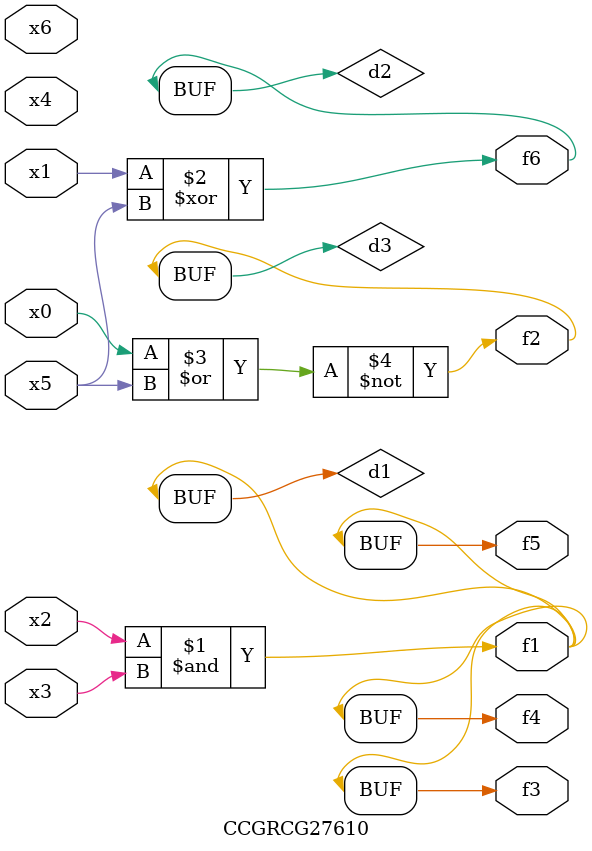
<source format=v>
module CCGRCG27610(
	input x0, x1, x2, x3, x4, x5, x6,
	output f1, f2, f3, f4, f5, f6
);

	wire d1, d2, d3;

	and (d1, x2, x3);
	xor (d2, x1, x5);
	nor (d3, x0, x5);
	assign f1 = d1;
	assign f2 = d3;
	assign f3 = d1;
	assign f4 = d1;
	assign f5 = d1;
	assign f6 = d2;
endmodule

</source>
